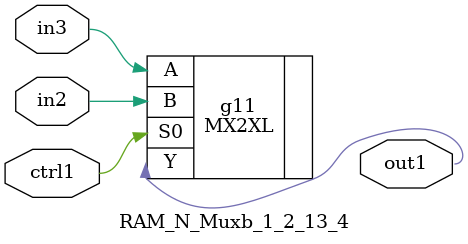
<source format=v>
`timescale 1ps / 1ps


module RAM_N_Muxb_1_2_13_4(in3, in2, ctrl1, out1);
  input in3, in2, ctrl1;
  output out1;
  wire in3, in2, ctrl1;
  wire out1;
  MX2XL g11(.A (in3), .B (in2), .S0 (ctrl1), .Y (out1));
endmodule



</source>
